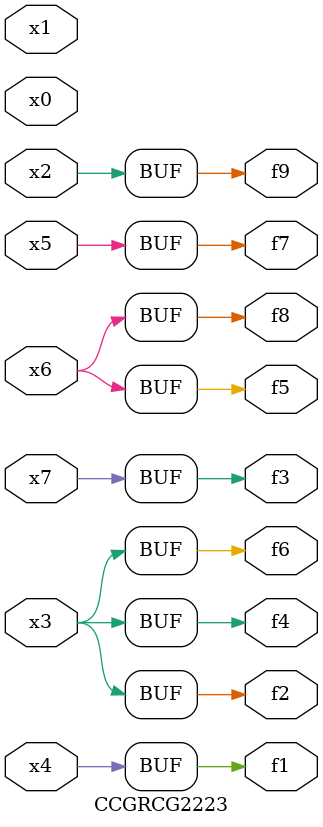
<source format=v>
module CCGRCG2223(
	input x0, x1, x2, x3, x4, x5, x6, x7,
	output f1, f2, f3, f4, f5, f6, f7, f8, f9
);
	assign f1 = x4;
	assign f2 = x3;
	assign f3 = x7;
	assign f4 = x3;
	assign f5 = x6;
	assign f6 = x3;
	assign f7 = x5;
	assign f8 = x6;
	assign f9 = x2;
endmodule

</source>
